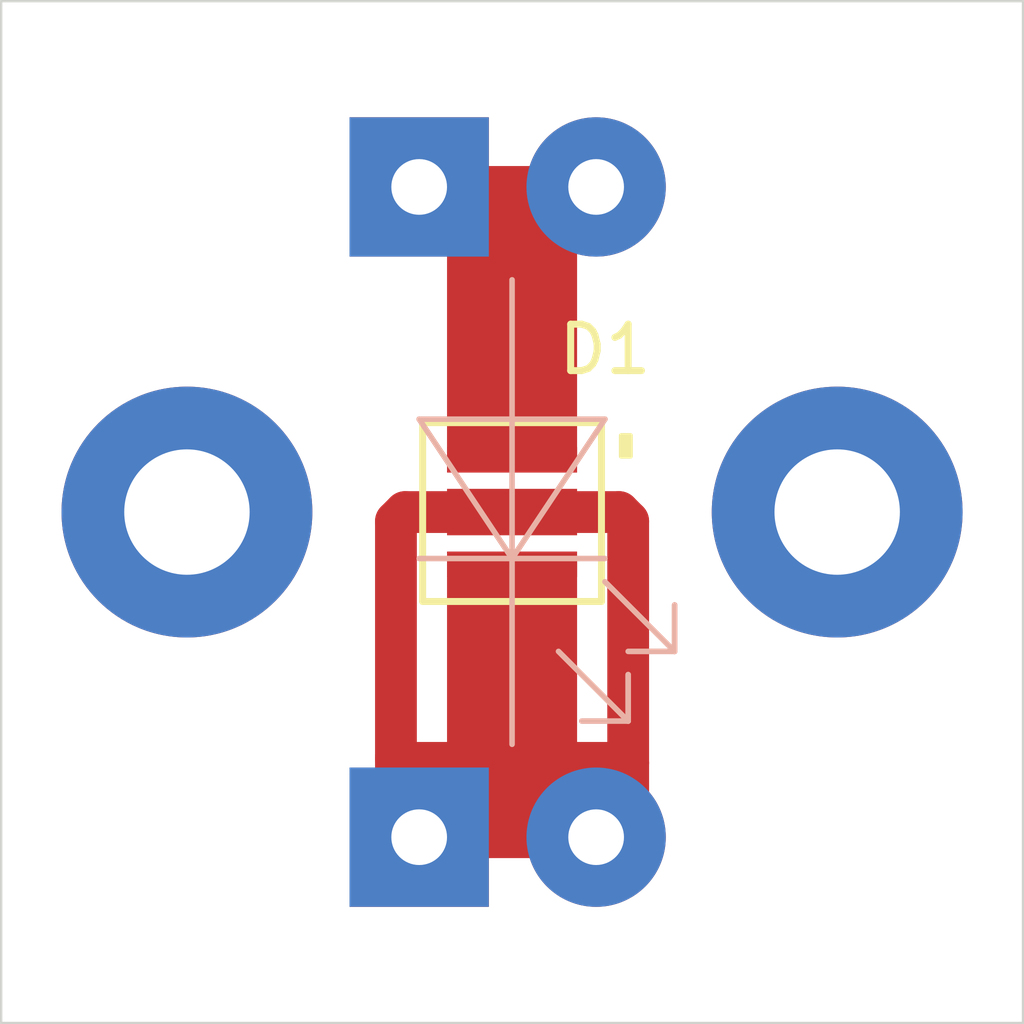
<source format=kicad_pcb>
(kicad_pcb (version 20171130) (host pcbnew "(5.1.5)-3")

  (general
    (thickness 1.6)
    (drawings 17)
    (tracks 19)
    (zones 0)
    (modules 5)
    (nets 5)
  )

  (page A4)
  (layers
    (0 F.Cu signal)
    (31 B.Cu signal)
    (32 B.Adhes user)
    (33 F.Adhes user)
    (34 B.Paste user)
    (35 F.Paste user)
    (36 B.SilkS user hide)
    (37 F.SilkS user)
    (38 B.Mask user)
    (39 F.Mask user)
    (40 Dwgs.User user)
    (41 Cmts.User user)
    (42 Eco1.User user)
    (43 Eco2.User user)
    (44 Edge.Cuts user)
    (45 Margin user)
    (46 B.CrtYd user)
    (47 F.CrtYd user)
    (48 B.Fab user)
    (49 F.Fab user hide)
  )

  (setup
    (last_trace_width 0.9)
    (user_trace_width 0.4)
    (user_trace_width 0.9)
    (trace_clearance 0.2)
    (zone_clearance 0.508)
    (zone_45_only no)
    (trace_min 0.2)
    (via_size 0.8)
    (via_drill 0.4)
    (via_min_size 0.4)
    (via_min_drill 0.3)
    (uvia_size 0.3)
    (uvia_drill 0.1)
    (uvias_allowed no)
    (uvia_min_size 0.2)
    (uvia_min_drill 0.1)
    (edge_width 0.05)
    (segment_width 0.2)
    (pcb_text_width 0.3)
    (pcb_text_size 1.5 1.5)
    (mod_edge_width 0.12)
    (mod_text_size 1 1)
    (mod_text_width 0.15)
    (pad_size 1.524 1.524)
    (pad_drill 0.762)
    (pad_to_mask_clearance 0.051)
    (solder_mask_min_width 0.1)
    (aux_axis_origin 0 0)
    (visible_elements FFFFFF7F)
    (pcbplotparams
      (layerselection 0x010f0_ffffffff)
      (usegerberextensions true)
      (usegerberattributes false)
      (usegerberadvancedattributes false)
      (creategerberjobfile false)
      (excludeedgelayer true)
      (linewidth 0.100000)
      (plotframeref false)
      (viasonmask false)
      (mode 1)
      (useauxorigin false)
      (hpglpennumber 1)
      (hpglpenspeed 20)
      (hpglpendiameter 15.000000)
      (psnegative false)
      (psa4output false)
      (plotreference true)
      (plotvalue false)
      (plotinvisibletext false)
      (padsonsilk false)
      (subtractmaskfromsilk false)
      (outputformat 1)
      (mirror false)
      (drillshape 0)
      (scaleselection 1)
      (outputdirectory "gerbers/"))
  )

  (net 0 "")
  (net 1 "Net-(D1-Pad2)")
  (net 2 "Net-(D1-Pad1)")
  (net 3 "Net-(H1-Pad1)")
  (net 4 "Net-(H2-Pad1)")

  (net_class Default "This is the default net class."
    (clearance 0.2)
    (trace_width 0.25)
    (via_dia 0.8)
    (via_drill 0.4)
    (uvia_dia 0.3)
    (uvia_drill 0.1)
    (add_net "Net-(D1-Pad1)")
    (add_net "Net-(D1-Pad2)")
    (add_net "Net-(H1-Pad1)")
    (add_net "Net-(H2-Pad1)")
  )

  (module Connector_Wire:SolderWirePad_1x02_P3.81mm_Drill1.2mm (layer F.Cu) (tedit 5AEE5EF3) (tstamp 5E84DF6F)
    (at -2 7)
    (descr "Wire solder connection")
    (tags connector)
    (path /5E875A5E)
    (attr virtual)
    (fp_text reference J2 (at 1.905 -3) (layer F.SilkS) hide
      (effects (font (size 1 1) (thickness 0.15)))
    )
    (fp_text value Conn_01x02 (at 1.905 3.81) (layer F.Fab)
      (effects (font (size 1 1) (thickness 0.15)))
    )
    (fp_line (start 5.81 2) (end -1.99 2) (layer F.CrtYd) (width 0.05))
    (fp_line (start 5.81 2) (end 5.81 -2) (layer F.CrtYd) (width 0.05))
    (fp_line (start -1.99 -2) (end -1.99 2) (layer F.CrtYd) (width 0.05))
    (fp_line (start -1.99 -2) (end 5.81 -2) (layer F.CrtYd) (width 0.05))
    (fp_text user %R (at 1.905 0) (layer F.Fab)
      (effects (font (size 1 1) (thickness 0.15)))
    )
    (pad 2 thru_hole circle (at 3.81 0) (size 2.99974 2.99974) (drill 1.19888) (layers *.Cu *.Mask)
      (net 2 "Net-(D1-Pad1)"))
    (pad 1 thru_hole rect (at 0 0) (size 2.99974 2.99974) (drill 1.19888) (layers *.Cu *.Mask)
      (net 2 "Net-(D1-Pad1)"))
  )

  (module Connector_Wire:SolderWirePad_1x02_P3.81mm_Drill1.2mm (layer F.Cu) (tedit 5AEE5EF3) (tstamp 5E84DDB2)
    (at -2 -7)
    (descr "Wire solder connection")
    (tags connector)
    (path /5E87441F)
    (attr virtual)
    (fp_text reference J1 (at 1.905 -3) (layer F.SilkS) hide
      (effects (font (size 1 1) (thickness 0.15)))
    )
    (fp_text value Conn_01x02 (at 1.905 3.81) (layer F.Fab)
      (effects (font (size 1 1) (thickness 0.15)))
    )
    (fp_line (start 5.81 2) (end -1.99 2) (layer F.CrtYd) (width 0.05))
    (fp_line (start 5.81 2) (end 5.81 -2) (layer F.CrtYd) (width 0.05))
    (fp_line (start -1.99 -2) (end -1.99 2) (layer F.CrtYd) (width 0.05))
    (fp_line (start -1.99 -2) (end 5.81 -2) (layer F.CrtYd) (width 0.05))
    (fp_text user %R (at 1.905 0) (layer F.Fab)
      (effects (font (size 1 1) (thickness 0.15)))
    )
    (pad 2 thru_hole circle (at 3.81 0) (size 2.99974 2.99974) (drill 1.19888) (layers *.Cu *.Mask)
      (net 1 "Net-(D1-Pad2)"))
    (pad 1 thru_hole rect (at 0 0) (size 2.99974 2.99974) (drill 1.19888) (layers *.Cu *.Mask)
      (net 1 "Net-(D1-Pad2)"))
  )

  (module MountingHole:MountingHole_2.7mm_M2.5_Pad (layer F.Cu) (tedit 56D1B4CB) (tstamp 5E84DB35)
    (at 7 0)
    (descr "Mounting Hole 2.7mm, M2.5")
    (tags "mounting hole 2.7mm m2.5")
    (path /5E8723DA)
    (attr virtual)
    (fp_text reference H2 (at 0 -3.7) (layer F.SilkS) hide
      (effects (font (size 1 1) (thickness 0.15)))
    )
    (fp_text value MountingHole_Pad (at 0 3.7) (layer F.Fab)
      (effects (font (size 1 1) (thickness 0.15)))
    )
    (fp_circle (center 0 0) (end 2.95 0) (layer F.CrtYd) (width 0.05))
    (fp_circle (center 0 0) (end 2.7 0) (layer Cmts.User) (width 0.15))
    (fp_text user %R (at 0.3 0) (layer F.Fab)
      (effects (font (size 1 1) (thickness 0.15)))
    )
    (pad 1 thru_hole circle (at 0 0) (size 5.4 5.4) (drill 2.7) (layers *.Cu *.Mask)
      (net 4 "Net-(H2-Pad1)"))
  )

  (module MountingHole:MountingHole_2.7mm_M2.5_Pad (layer F.Cu) (tedit 56D1B4CB) (tstamp 5E84DB2D)
    (at -7 0)
    (descr "Mounting Hole 2.7mm, M2.5")
    (tags "mounting hole 2.7mm m2.5")
    (path /5E8718BE)
    (attr virtual)
    (fp_text reference H1 (at 0 -3.7) (layer F.SilkS) hide
      (effects (font (size 1 1) (thickness 0.15)))
    )
    (fp_text value MountingHole_Pad (at 0 3.7) (layer F.Fab)
      (effects (font (size 1 1) (thickness 0.15)))
    )
    (fp_circle (center 0 0) (end 2.95 0) (layer F.CrtYd) (width 0.05))
    (fp_circle (center 0 0) (end 2.7 0) (layer Cmts.User) (width 0.15))
    (fp_text user %R (at 0.3 0) (layer F.Fab)
      (effects (font (size 1 1) (thickness 0.15)))
    )
    (pad 1 thru_hole circle (at 0 0) (size 5.4 5.4) (drill 2.7) (layers *.Cu *.Mask)
      (net 3 "Net-(H1-Pad1)"))
  )

  (module my_library:SFH4726AS (layer F.Cu) (tedit 5E7E49E6) (tstamp 5E84DC9C)
    (at 0 0)
    (path /5E86E3B3)
    (fp_text reference D1 (at 2 -3.5) (layer F.SilkS)
      (effects (font (size 1 1) (thickness 0.15)))
    )
    (fp_text value LED (at 0 4.25) (layer F.Fab)
      (effects (font (size 1 1) (thickness 0.15)))
    )
    (fp_line (start -2.25 -2.25) (end 2.25 -2.25) (layer F.CrtYd) (width 0.12))
    (fp_line (start -2.25 2.25) (end -2.25 -2.25) (layer F.CrtYd) (width 0.12))
    (fp_line (start 2.25 2.25) (end -2.25 2.25) (layer F.CrtYd) (width 0.12))
    (fp_line (start 2.25 -2.25) (end 2.25 2.25) (layer F.CrtYd) (width 0.12))
    (fp_poly (pts (xy 2.55 -1.2) (xy 2.35 -1.2) (xy 2.35 -1.65) (xy 2.55 -1.65)) (layer F.SilkS) (width 0.1))
    (fp_circle (center 0 0) (end 1.4 0.05) (layer F.Fab) (width 0.12))
    (fp_line (start -1.925 1.925) (end -1.925 -1.925) (layer F.SilkS) (width 0.15))
    (fp_line (start 1.925 1.925) (end -1.925 1.925) (layer F.SilkS) (width 0.15))
    (fp_line (start 1.925 -1.925) (end 1.925 1.925) (layer F.SilkS) (width 0.15))
    (fp_line (start -1.925 -1.925) (end 1.925 -1.925) (layer F.SilkS) (width 0.15))
    (fp_poly (pts (xy 1.4 0.5) (xy 0.15 0.5) (xy 0.15 -0.5) (xy 1.4 -0.5)) (layer F.Paste) (width 0))
    (fp_poly (pts (xy -0.15 0.5) (xy -1.4 0.5) (xy -1.4 -0.5) (xy -0.15 -0.5)) (layer F.Paste) (width 0))
    (pad 2 smd rect (at 0 -1.125) (size 2.8 0.55) (layers F.Cu F.Paste F.Mask)
      (net 1 "Net-(D1-Pad2)"))
    (pad 1 smd rect (at 0 1.125) (size 2.8 0.55) (layers F.Cu F.Paste F.Mask)
      (net 2 "Net-(D1-Pad1)"))
    (pad 1 smd rect (at 0 0) (size 2.8 1) (layers F.Cu F.Mask)
      (net 2 "Net-(D1-Pad1)"))
  )

  (gr_line (start 2.5 3.5) (end 2.5 4.5) (layer B.SilkS) (width 0.12) (tstamp 5E84DFC7))
  (gr_line (start 2.5 4.5) (end 1.5 4.5) (layer B.SilkS) (width 0.12) (tstamp 5E84DFC6))
  (gr_line (start 2.5 4.5) (end 2.5 3.5) (layer B.SilkS) (width 0.12) (tstamp 5E84DFC5))
  (gr_line (start 2.5 4.5) (end 1 3) (layer B.SilkS) (width 0.12) (tstamp 5E84DFC4))
  (gr_line (start 3.5 3) (end 2 1.500001) (layer B.SilkS) (width 0.12))
  (gr_line (start 3.5 3) (end 2.5 3) (layer B.SilkS) (width 0.12))
  (gr_line (start 3.5 2) (end 3.5 3) (layer B.SilkS) (width 0.12) (tstamp 5E84DFB5))
  (gr_line (start 3.5 3) (end 3.5 2) (layer B.SilkS) (width 0.12))
  (gr_line (start -2 1) (end 2 1) (layer B.SilkS) (width 0.12))
  (gr_line (start -2 -2) (end 0 1) (layer B.SilkS) (width 0.12) (tstamp 5E84DFA8))
  (gr_line (start 2 -2) (end -2 -2) (layer B.SilkS) (width 0.12))
  (gr_line (start 0 1) (end 2 -2) (layer B.SilkS) (width 0.12))
  (gr_line (start 0 -5) (end 0 5) (layer B.SilkS) (width 0.12))
  (gr_line (start -11 11) (end -11 -11) (layer Edge.Cuts) (width 0.05) (tstamp 5E84DEB5))
  (gr_line (start 11 11) (end -11 11) (layer Edge.Cuts) (width 0.05))
  (gr_line (start 11 -11) (end 11 11) (layer Edge.Cuts) (width 0.05))
  (gr_line (start -11 -11) (end 11 -11) (layer Edge.Cuts) (width 0.05))

  (segment (start -2 -7) (end 1.81 -7) (width 0.9) (layer F.Cu) (net 1))
  (segment (start 0 -5.19) (end 0 -1.125) (width 0.25) (layer F.Cu) (net 1))
  (segment (start 1.81 -7) (end 0 -5.19) (width 0.25) (layer F.Cu) (net 1))
  (segment (start -2.5 6.5) (end -2 7) (width 0.9) (layer F.Cu) (net 2))
  (segment (start 0 0) (end -2.3 0) (width 0.9) (layer F.Cu) (net 2))
  (segment (start -2.3 0) (end -2.5 0.2) (width 0.9) (layer F.Cu) (net 2))
  (segment (start 0 0) (end 2.3 0) (width 0.9) (layer F.Cu) (net 2))
  (segment (start 2.3 0) (end 2.5 0.2) (width 0.9) (layer F.Cu) (net 2))
  (segment (start 1.81 7) (end 2.5 6.31) (width 0.9) (layer F.Cu) (net 2))
  (segment (start 1.81 7) (end 1.5 7) (width 0.9) (layer F.Cu) (net 2))
  (segment (start 2.5 5.4) (end 2.5 6.31) (width 0.9) (layer F.Cu) (net 2))
  (segment (start 2.5 0.2) (end 2.5 5.4) (width 0.9) (layer F.Cu) (net 2))
  (segment (start 2.5 5.4) (end 0.9 5.4) (width 0.9) (layer F.Cu) (net 2))
  (segment (start -2 7) (end 1.81 7) (width 0.9) (layer F.Cu) (net 2))
  (segment (start -2.5 5.3) (end -2.5 6.5) (width 0.9) (layer F.Cu) (net 2))
  (segment (start -2.5 0.2) (end -2.5 5.3) (width 0.9) (layer F.Cu) (net 2))
  (segment (start -0.7 5.4) (end -0.6 5.3) (width 0.9) (layer F.Cu) (net 2))
  (segment (start -2.5 5.3) (end -2.4 5.4) (width 0.9) (layer F.Cu) (net 2))
  (segment (start -2.4 5.4) (end -0.7 5.4) (width 0.9) (layer F.Cu) (net 2))

  (zone (net 2) (net_name "Net-(D1-Pad1)") (layer F.Cu) (tstamp 5E84E3F7) (hatch edge 0.508)
    (connect_pads yes (clearance 0.508))
    (min_thickness 0.254)
    (fill yes (arc_segments 32) (thermal_gap 0.508) (thermal_bridge_width 0.508))
    (polygon
      (pts
        (xy 1.4 7) (xy -1.4 7) (xy -1.4 0.9) (xy 1.4 0.9)
      )
    )
    (filled_polygon
      (pts
        (xy 1.273 6.873) (xy -1.273 6.873) (xy -1.273 1.027) (xy 1.273 1.027)
      )
    )
  )
  (zone (net 1) (net_name "Net-(D1-Pad2)") (layer F.Cu) (tstamp 5E84E3F4) (hatch edge 0.508)
    (connect_pads yes (clearance 0.508))
    (min_thickness 0.254)
    (fill yes (arc_segments 32) (thermal_gap 0.508) (thermal_bridge_width 0.508))
    (polygon
      (pts
        (xy 1.4 -0.9) (xy -1.4 -0.9) (xy -1.4 -7) (xy 1.4 -7)
      )
    )
    (filled_polygon
      (pts
        (xy 1.273 -1.138072) (xy -1.273 -1.138072) (xy -1.273 -6.873) (xy 1.273 -6.873)
      )
    )
  )
)

</source>
